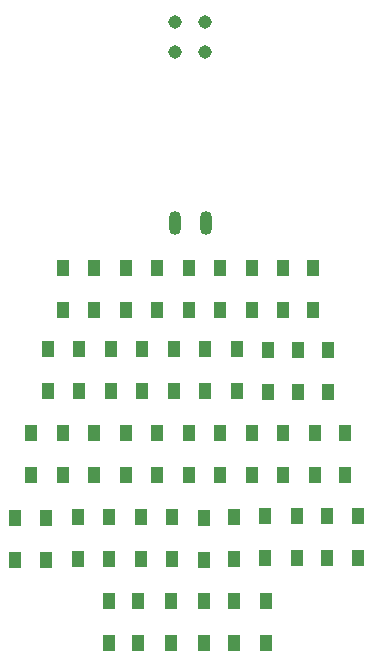
<source format=gbr>
%TF.GenerationSoftware,KiCad,Pcbnew,7.0.5*%
%TF.CreationDate,2023-10-19T00:16:17+09:00*%
%TF.ProjectId,keyboard_011 rev.2.0,6b657962-6f61-4726-945f-303131207265,Rev.2.0*%
%TF.SameCoordinates,Original*%
%TF.FileFunction,Paste,Top*%
%TF.FilePolarity,Positive*%
%FSLAX46Y46*%
G04 Gerber Fmt 4.6, Leading zero omitted, Abs format (unit mm)*
G04 Created by KiCad (PCBNEW 7.0.5) date 2023-10-19 00:16:17*
%MOMM*%
%LPD*%
G01*
G04 APERTURE LIST*
%ADD10R,1.000000X1.400000*%
%ADD11O,1.016000X2.032000*%
%ADD12C,1.143000*%
G04 APERTURE END LIST*
D10*
%TO.C,D47*%
X90592900Y292700D03*
X90592900Y3842700D03*
%TD*%
%TO.C,D36*%
X85302200Y7293000D03*
X85302200Y10843000D03*
%TD*%
%TO.C,D27*%
X92030100Y14516700D03*
X92030100Y18066700D03*
%TD*%
%TO.C,D5*%
X86696100Y28486700D03*
X86696100Y32036700D03*
%TD*%
%TO.C,D44*%
X82508200Y292700D03*
X82508200Y3842700D03*
%TD*%
%TO.C,D8*%
X94570100Y28486700D03*
X94570100Y32036700D03*
%TD*%
%TO.C,D29*%
X97237100Y14516700D03*
X97237100Y18066700D03*
%TD*%
%TO.C,D18*%
X95840100Y21505600D03*
X95840100Y25055600D03*
%TD*%
%TO.C,D32*%
X74631100Y7404700D03*
X74631100Y10954700D03*
%TD*%
%TO.C,D45*%
X85302200Y292700D03*
X85302200Y3842700D03*
%TD*%
%TO.C,D40*%
X95706900Y7497700D03*
X95706900Y11047700D03*
%TD*%
%TO.C,D37*%
X87876300Y7401700D03*
X87876300Y10951700D03*
%TD*%
%TO.C,D0*%
X73361100Y28486700D03*
X73361100Y32036700D03*
%TD*%
%TO.C,D10*%
X74758100Y21628700D03*
X74758100Y25178700D03*
%TD*%
%TO.C,D21*%
X76028100Y14512900D03*
X76028100Y18062900D03*
%TD*%
%TO.C,D39*%
X93167000Y7449700D03*
X93167000Y10999700D03*
%TD*%
%TO.C,D24*%
X84029100Y14516700D03*
X84029100Y18066700D03*
%TD*%
%TO.C,D42*%
X77298100Y292700D03*
X77298100Y3842700D03*
%TD*%
%TO.C,D6*%
X89363100Y28486800D03*
X89363100Y32036800D03*
%TD*%
%TO.C,D25*%
X86696100Y14516700D03*
X86696100Y18066700D03*
%TD*%
%TO.C,D31*%
X71964100Y7321900D03*
X71964100Y10871900D03*
%TD*%
%TO.C,D14*%
X85426100Y21628700D03*
X85426100Y25178700D03*
%TD*%
%TO.C,D38*%
X90499900Y7449700D03*
X90499900Y10999700D03*
%TD*%
%TO.C,D9*%
X72091100Y21628700D03*
X72091100Y25178700D03*
%TD*%
%TO.C,D30*%
X69297100Y7321900D03*
X69297100Y10871900D03*
%TD*%
%TO.C,D22*%
X78695100Y14512900D03*
X78695100Y18062900D03*
%TD*%
%TO.C,D23*%
X81362100Y14512900D03*
X81362100Y18062900D03*
%TD*%
%TO.C,D4*%
X84029100Y28486700D03*
X84029100Y32036700D03*
%TD*%
%TO.C,D43*%
X79714200Y292700D03*
X79714200Y3842700D03*
%TD*%
%TO.C,D46*%
X87876300Y292700D03*
X87876300Y3842700D03*
%TD*%
%TO.C,D35*%
X82632100Y7404700D03*
X82632100Y10954700D03*
%TD*%
%TO.C,D28*%
X94697100Y14516700D03*
X94697100Y18066700D03*
%TD*%
%TO.C,D26*%
X89363100Y14516700D03*
X89363100Y18066700D03*
%TD*%
%TO.C,D2*%
X78695100Y28486800D03*
X78695100Y32036800D03*
%TD*%
%TO.C,D1*%
X76028100Y28486800D03*
X76028100Y32036800D03*
%TD*%
%TO.C,D34*%
X79965100Y7404800D03*
X79965100Y10954800D03*
%TD*%
%TO.C,D20*%
X73361100Y14512900D03*
X73361100Y18062900D03*
%TD*%
%TO.C,D12*%
X80092100Y21628700D03*
X80092100Y25178700D03*
%TD*%
%TO.C,D33*%
X77298100Y7404700D03*
X77298100Y10954700D03*
%TD*%
%TO.C,D3*%
X81362100Y28486700D03*
X81362100Y32036700D03*
%TD*%
%TO.C,D41*%
X98374000Y7497700D03*
X98374000Y11047700D03*
%TD*%
%TO.C,D11*%
X77425100Y21628700D03*
X77425100Y25178700D03*
%TD*%
%TO.C,D13*%
X82759100Y21628700D03*
X82759100Y25178700D03*
%TD*%
%TO.C,D17*%
X93300100Y21505600D03*
X93300100Y25055600D03*
%TD*%
%TO.C,D7*%
X92030100Y28486700D03*
X92030100Y32036700D03*
%TD*%
%TO.C,D19*%
X70694100Y14512900D03*
X70694100Y18062900D03*
%TD*%
%TO.C,D16*%
X90760100Y21505600D03*
X90760100Y25055600D03*
%TD*%
%TO.C,D15*%
X88093100Y21628800D03*
X88093100Y25178800D03*
%TD*%
D11*
%TO.C,U0*%
X82897900Y35843600D03*
X85447900Y35843600D03*
D12*
X82896703Y52847787D03*
X85436703Y52847787D03*
X82896703Y50307787D03*
X85436703Y50307787D03*
%TD*%
M02*

</source>
